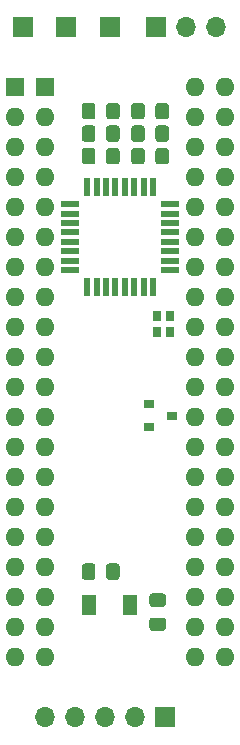
<source format=gbr>
G04 #@! TF.GenerationSoftware,KiCad,Pcbnew,(5.1.10)-1*
G04 #@! TF.CreationDate,2021-10-18T11:35:42-04:00*
G04 #@! TF.ProjectId,6526KernalSwitcher,36353236-4b65-4726-9e61-6c5377697463,rev?*
G04 #@! TF.SameCoordinates,Original*
G04 #@! TF.FileFunction,Soldermask,Top*
G04 #@! TF.FilePolarity,Negative*
%FSLAX46Y46*%
G04 Gerber Fmt 4.6, Leading zero omitted, Abs format (unit mm)*
G04 Created by KiCad (PCBNEW (5.1.10)-1) date 2021-10-18 11:35:42*
%MOMM*%
%LPD*%
G01*
G04 APERTURE LIST*
%ADD10O,1.600000X1.600000*%
%ADD11R,1.600000X1.600000*%
%ADD12R,1.700000X1.700000*%
%ADD13O,1.700000X1.700000*%
%ADD14R,0.900000X0.800000*%
%ADD15R,0.800000X0.900000*%
%ADD16R,1.300000X1.700000*%
%ADD17R,0.550000X1.600000*%
%ADD18R,1.600000X0.550000*%
G04 APERTURE END LIST*
D10*
X116840000Y-50800000D03*
X101600000Y-99060000D03*
X116840000Y-53340000D03*
X101600000Y-96520000D03*
X116840000Y-55880000D03*
X101600000Y-93980000D03*
X116840000Y-58420000D03*
X101600000Y-91440000D03*
X116840000Y-60960000D03*
X101600000Y-88900000D03*
X116840000Y-63500000D03*
X101600000Y-86360000D03*
X116840000Y-66040000D03*
X101600000Y-83820000D03*
X116840000Y-68580000D03*
X101600000Y-81280000D03*
X116840000Y-71120000D03*
X101600000Y-78740000D03*
X116840000Y-73660000D03*
X101600000Y-76200000D03*
X116840000Y-76200000D03*
X101600000Y-73660000D03*
X116840000Y-78740000D03*
X101600000Y-71120000D03*
X116840000Y-81280000D03*
X101600000Y-68580000D03*
X116840000Y-83820000D03*
X101600000Y-66040000D03*
X116840000Y-86360000D03*
X101600000Y-63500000D03*
X116840000Y-88900000D03*
X101600000Y-60960000D03*
X116840000Y-91440000D03*
X101600000Y-58420000D03*
X116840000Y-93980000D03*
X101600000Y-55880000D03*
X116840000Y-96520000D03*
X101600000Y-53340000D03*
X116840000Y-99060000D03*
D11*
X101600000Y-50800000D03*
X99060000Y-50800000D03*
D10*
X114300000Y-99060000D03*
X99060000Y-53340000D03*
X114300000Y-96520000D03*
X99060000Y-55880000D03*
X114300000Y-93980000D03*
X99060000Y-58420000D03*
X114300000Y-91440000D03*
X99060000Y-60960000D03*
X114300000Y-88900000D03*
X99060000Y-63500000D03*
X114300000Y-86360000D03*
X99060000Y-66040000D03*
X114300000Y-83820000D03*
X99060000Y-68580000D03*
X114300000Y-81280000D03*
X99060000Y-71120000D03*
X114300000Y-78740000D03*
X99060000Y-73660000D03*
X114300000Y-76200000D03*
X99060000Y-76200000D03*
X114300000Y-73660000D03*
X99060000Y-78740000D03*
X114300000Y-71120000D03*
X99060000Y-81280000D03*
X114300000Y-68580000D03*
X99060000Y-83820000D03*
X114300000Y-66040000D03*
X99060000Y-86360000D03*
X114300000Y-63500000D03*
X99060000Y-88900000D03*
X114300000Y-60960000D03*
X99060000Y-91440000D03*
X114300000Y-58420000D03*
X99060000Y-93980000D03*
X114300000Y-55880000D03*
X99060000Y-96520000D03*
X114300000Y-53340000D03*
X99060000Y-99060000D03*
X114300000Y-50800000D03*
G36*
G01*
X107899000Y-56191999D02*
X107899000Y-57092001D01*
G75*
G02*
X107649001Y-57342000I-249999J0D01*
G01*
X106998999Y-57342000D01*
G75*
G02*
X106749000Y-57092001I0J249999D01*
G01*
X106749000Y-56191999D01*
G75*
G02*
X106998999Y-55942000I249999J0D01*
G01*
X107649001Y-55942000D01*
G75*
G02*
X107899000Y-56191999I0J-249999D01*
G01*
G37*
G36*
G01*
X105849000Y-56191999D02*
X105849000Y-57092001D01*
G75*
G02*
X105599001Y-57342000I-249999J0D01*
G01*
X104948999Y-57342000D01*
G75*
G02*
X104699000Y-57092001I0J249999D01*
G01*
X104699000Y-56191999D01*
G75*
G02*
X104948999Y-55942000I249999J0D01*
G01*
X105599001Y-55942000D01*
G75*
G02*
X105849000Y-56191999I0J-249999D01*
G01*
G37*
G36*
G01*
X110040000Y-52381999D02*
X110040000Y-53282001D01*
G75*
G02*
X109790001Y-53532000I-249999J0D01*
G01*
X109139999Y-53532000D01*
G75*
G02*
X108890000Y-53282001I0J249999D01*
G01*
X108890000Y-52381999D01*
G75*
G02*
X109139999Y-52132000I249999J0D01*
G01*
X109790001Y-52132000D01*
G75*
G02*
X110040000Y-52381999I0J-249999D01*
G01*
G37*
G36*
G01*
X112090000Y-52381999D02*
X112090000Y-53282001D01*
G75*
G02*
X111840001Y-53532000I-249999J0D01*
G01*
X111189999Y-53532000D01*
G75*
G02*
X110940000Y-53282001I0J249999D01*
G01*
X110940000Y-52381999D01*
G75*
G02*
X111189999Y-52132000I249999J0D01*
G01*
X111840001Y-52132000D01*
G75*
G02*
X112090000Y-52381999I0J-249999D01*
G01*
G37*
G36*
G01*
X112090000Y-54286999D02*
X112090000Y-55187001D01*
G75*
G02*
X111840001Y-55437000I-249999J0D01*
G01*
X111189999Y-55437000D01*
G75*
G02*
X110940000Y-55187001I0J249999D01*
G01*
X110940000Y-54286999D01*
G75*
G02*
X111189999Y-54037000I249999J0D01*
G01*
X111840001Y-54037000D01*
G75*
G02*
X112090000Y-54286999I0J-249999D01*
G01*
G37*
G36*
G01*
X110040000Y-54286999D02*
X110040000Y-55187001D01*
G75*
G02*
X109790001Y-55437000I-249999J0D01*
G01*
X109139999Y-55437000D01*
G75*
G02*
X108890000Y-55187001I0J249999D01*
G01*
X108890000Y-54286999D01*
G75*
G02*
X109139999Y-54037000I249999J0D01*
G01*
X109790001Y-54037000D01*
G75*
G02*
X110040000Y-54286999I0J-249999D01*
G01*
G37*
G36*
G01*
X110040000Y-56191999D02*
X110040000Y-57092001D01*
G75*
G02*
X109790001Y-57342000I-249999J0D01*
G01*
X109139999Y-57342000D01*
G75*
G02*
X108890000Y-57092001I0J249999D01*
G01*
X108890000Y-56191999D01*
G75*
G02*
X109139999Y-55942000I249999J0D01*
G01*
X109790001Y-55942000D01*
G75*
G02*
X110040000Y-56191999I0J-249999D01*
G01*
G37*
G36*
G01*
X112090000Y-56191999D02*
X112090000Y-57092001D01*
G75*
G02*
X111840001Y-57342000I-249999J0D01*
G01*
X111189999Y-57342000D01*
G75*
G02*
X110940000Y-57092001I0J249999D01*
G01*
X110940000Y-56191999D01*
G75*
G02*
X111189999Y-55942000I249999J0D01*
G01*
X111840001Y-55942000D01*
G75*
G02*
X112090000Y-56191999I0J-249999D01*
G01*
G37*
D12*
X103378000Y-45720000D03*
X111760000Y-104140000D03*
D13*
X109220000Y-104140000D03*
X106680000Y-104140000D03*
X104140000Y-104140000D03*
X101600000Y-104140000D03*
D12*
X110998000Y-45720000D03*
D13*
X113538000Y-45720000D03*
X116078000Y-45720000D03*
D12*
X107061000Y-45720000D03*
X99695000Y-45720000D03*
D14*
X110379000Y-77663000D03*
X110379000Y-79563000D03*
X112379000Y-78613000D03*
G36*
G01*
X106758000Y-53282001D02*
X106758000Y-52381999D01*
G75*
G02*
X107007999Y-52132000I249999J0D01*
G01*
X107658001Y-52132000D01*
G75*
G02*
X107908000Y-52381999I0J-249999D01*
G01*
X107908000Y-53282001D01*
G75*
G02*
X107658001Y-53532000I-249999J0D01*
G01*
X107007999Y-53532000D01*
G75*
G02*
X106758000Y-53282001I0J249999D01*
G01*
G37*
G36*
G01*
X104708000Y-53282001D02*
X104708000Y-52381999D01*
G75*
G02*
X104957999Y-52132000I249999J0D01*
G01*
X105608001Y-52132000D01*
G75*
G02*
X105858000Y-52381999I0J-249999D01*
G01*
X105858000Y-53282001D01*
G75*
G02*
X105608001Y-53532000I-249999J0D01*
G01*
X104957999Y-53532000D01*
G75*
G02*
X104708000Y-53282001I0J249999D01*
G01*
G37*
G36*
G01*
X104699000Y-55187001D02*
X104699000Y-54286999D01*
G75*
G02*
X104948999Y-54037000I249999J0D01*
G01*
X105599001Y-54037000D01*
G75*
G02*
X105849000Y-54286999I0J-249999D01*
G01*
X105849000Y-55187001D01*
G75*
G02*
X105599001Y-55437000I-249999J0D01*
G01*
X104948999Y-55437000D01*
G75*
G02*
X104699000Y-55187001I0J249999D01*
G01*
G37*
G36*
G01*
X106749000Y-55187001D02*
X106749000Y-54286999D01*
G75*
G02*
X106998999Y-54037000I249999J0D01*
G01*
X107649001Y-54037000D01*
G75*
G02*
X107899000Y-54286999I0J-249999D01*
G01*
X107899000Y-55187001D01*
G75*
G02*
X107649001Y-55437000I-249999J0D01*
G01*
X106998999Y-55437000D01*
G75*
G02*
X106749000Y-55187001I0J249999D01*
G01*
G37*
D15*
X111083000Y-70166000D03*
X111083000Y-71566000D03*
X112183000Y-71566000D03*
X112183000Y-70166000D03*
G36*
G01*
X107899000Y-91370999D02*
X107899000Y-92271001D01*
G75*
G02*
X107649001Y-92521000I-249999J0D01*
G01*
X106998999Y-92521000D01*
G75*
G02*
X106749000Y-92271001I0J249999D01*
G01*
X106749000Y-91370999D01*
G75*
G02*
X106998999Y-91121000I249999J0D01*
G01*
X107649001Y-91121000D01*
G75*
G02*
X107899000Y-91370999I0J-249999D01*
G01*
G37*
G36*
G01*
X105849000Y-91370999D02*
X105849000Y-92271001D01*
G75*
G02*
X105599001Y-92521000I-249999J0D01*
G01*
X104948999Y-92521000D01*
G75*
G02*
X104699000Y-92271001I0J249999D01*
G01*
X104699000Y-91370999D01*
G75*
G02*
X104948999Y-91121000I249999J0D01*
G01*
X105599001Y-91121000D01*
G75*
G02*
X105849000Y-91370999I0J-249999D01*
G01*
G37*
G36*
G01*
X110674999Y-95700000D02*
X111575001Y-95700000D01*
G75*
G02*
X111825000Y-95949999I0J-249999D01*
G01*
X111825000Y-96600001D01*
G75*
G02*
X111575001Y-96850000I-249999J0D01*
G01*
X110674999Y-96850000D01*
G75*
G02*
X110425000Y-96600001I0J249999D01*
G01*
X110425000Y-95949999D01*
G75*
G02*
X110674999Y-95700000I249999J0D01*
G01*
G37*
G36*
G01*
X110674999Y-93650000D02*
X111575001Y-93650000D01*
G75*
G02*
X111825000Y-93899999I0J-249999D01*
G01*
X111825000Y-94550001D01*
G75*
G02*
X111575001Y-94800000I-249999J0D01*
G01*
X110674999Y-94800000D01*
G75*
G02*
X110425000Y-94550001I0J249999D01*
G01*
X110425000Y-93899999D01*
G75*
G02*
X110674999Y-93650000I249999J0D01*
G01*
G37*
D16*
X108811000Y-94615000D03*
X105311000Y-94615000D03*
D17*
X105150000Y-67750000D03*
X105950000Y-67750000D03*
X106750000Y-67750000D03*
X107550000Y-67750000D03*
X108350000Y-67750000D03*
X109150000Y-67750000D03*
X109950000Y-67750000D03*
X110750000Y-67750000D03*
D18*
X112200000Y-66300000D03*
X112200000Y-65500000D03*
X112200000Y-64700000D03*
X112200000Y-63900000D03*
X112200000Y-63100000D03*
X112200000Y-62300000D03*
X112200000Y-61500000D03*
X112200000Y-60700000D03*
D17*
X110750000Y-59250000D03*
X109950000Y-59250000D03*
X109150000Y-59250000D03*
X108350000Y-59250000D03*
X107550000Y-59250000D03*
X106750000Y-59250000D03*
X105950000Y-59250000D03*
X105150000Y-59250000D03*
D18*
X103700000Y-60700000D03*
X103700000Y-61500000D03*
X103700000Y-62300000D03*
X103700000Y-63100000D03*
X103700000Y-63900000D03*
X103700000Y-64700000D03*
X103700000Y-65500000D03*
X103700000Y-66300000D03*
M02*

</source>
